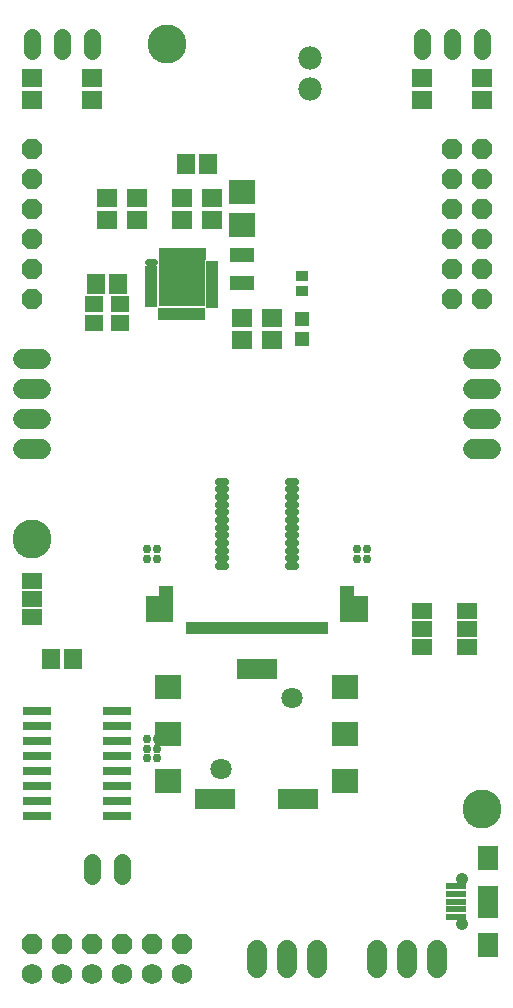
<source format=gts>
G75*
%MOIN*%
%OFA0B0*%
%FSLAX25Y25*%
%IPPOS*%
%LPD*%
%AMOC8*
5,1,8,0,0,1.08239X$1,22.5*
%
%ADD10C,0.13000*%
%ADD11R,0.06706X0.05918*%
%ADD12R,0.05918X0.06706*%
%ADD13C,0.05600*%
%ADD14R,0.06509X0.02375*%
%ADD15C,0.04146*%
%ADD16R,0.06693X0.07874*%
%ADD17R,0.06693X0.10630*%
%ADD18OC8,0.06800*%
%ADD19C,0.06800*%
%ADD20C,0.03000*%
%ADD21C,0.07800*%
%ADD22R,0.06312X0.05524*%
%ADD23R,0.05918X0.07099*%
%ADD24R,0.07099X0.05918*%
%ADD25C,0.06800*%
%ADD26C,0.01872*%
%ADD27R,0.04000X0.02400*%
%ADD28R,0.02400X0.04000*%
%ADD29R,0.15367X0.15367*%
%ADD30C,0.02572*%
%ADD31R,0.09300X0.03000*%
%ADD32R,0.07100X0.05400*%
%ADD33R,0.04343X0.03556*%
%ADD34R,0.08674X0.07887*%
%ADD35R,0.08674X0.08280*%
%ADD36R,0.13398X0.06509*%
%ADD37C,0.07099*%
%ADD38R,0.01981X0.03950*%
%ADD39R,0.04528X0.08661*%
%ADD40R,0.05118X0.12008*%
%ADD41R,0.05131X0.04737*%
%ADD42R,0.08280X0.05131*%
D10*
X0013200Y0156000D03*
X0058200Y0321000D03*
X0163200Y0066000D03*
D11*
X0093200Y0222260D03*
X0093200Y0229740D03*
X0083200Y0229740D03*
X0083200Y0222260D03*
X0073200Y0262260D03*
X0073200Y0269740D03*
X0063200Y0269740D03*
X0063200Y0262260D03*
X0048200Y0262260D03*
X0048200Y0269740D03*
X0038200Y0269740D03*
X0038200Y0262260D03*
D12*
X0034460Y0241000D03*
X0041940Y0241000D03*
X0064460Y0281000D03*
X0071940Y0281000D03*
D13*
X0033200Y0318600D02*
X0033200Y0323400D01*
X0023200Y0323400D02*
X0023200Y0318600D01*
X0013200Y0318600D02*
X0013200Y0323400D01*
X0143200Y0323400D02*
X0143200Y0318600D01*
X0153200Y0318600D02*
X0153200Y0323400D01*
X0163200Y0323400D02*
X0163200Y0318600D01*
X0043200Y0048400D02*
X0043200Y0043600D01*
X0033200Y0043600D02*
X0033200Y0048400D01*
D14*
X0154472Y0040118D03*
X0154472Y0037559D03*
X0154472Y0035000D03*
X0154472Y0032441D03*
X0154472Y0029882D03*
D15*
X0156539Y0027520D03*
X0156539Y0042480D03*
D16*
X0165200Y0049504D03*
X0165200Y0020496D03*
D17*
X0165200Y0035000D03*
D18*
X0063200Y0021000D03*
X0053200Y0021000D03*
X0043200Y0021000D03*
X0033200Y0021000D03*
X0023200Y0021000D03*
X0013200Y0021000D03*
X0013200Y0236000D03*
X0013200Y0246000D03*
X0013200Y0256000D03*
X0013200Y0266000D03*
X0013200Y0276000D03*
X0013200Y0286000D03*
X0153200Y0286000D03*
X0153200Y0276000D03*
X0153200Y0266000D03*
X0153200Y0256000D03*
X0153200Y0246000D03*
X0153200Y0236000D03*
X0163200Y0236000D03*
X0163200Y0246000D03*
X0163200Y0256000D03*
X0163200Y0266000D03*
X0163200Y0276000D03*
X0163200Y0286000D03*
D19*
X0013200Y0011000D03*
X0023200Y0011000D03*
X0033200Y0011000D03*
X0043200Y0011000D03*
X0053200Y0011000D03*
X0063200Y0011000D03*
D20*
X0054800Y0082900D03*
X0054800Y0086000D03*
X0054800Y0089100D03*
X0051600Y0089100D03*
X0051600Y0086000D03*
X0051600Y0082900D03*
X0051600Y0149400D03*
X0051600Y0152600D03*
X0054800Y0152600D03*
X0054800Y0149400D03*
X0121600Y0149400D03*
X0121600Y0152600D03*
X0124800Y0152600D03*
X0124800Y0149400D03*
D21*
X0106074Y0305882D03*
X0106074Y0316118D03*
D22*
X0042531Y0234150D03*
X0042531Y0227850D03*
X0033869Y0227850D03*
X0033869Y0234150D03*
D23*
X0026940Y0116000D03*
X0019460Y0116000D03*
D24*
X0013200Y0302260D03*
X0013200Y0309740D03*
X0033200Y0309740D03*
X0033200Y0302260D03*
X0143200Y0302260D03*
X0143200Y0309740D03*
X0163200Y0309740D03*
X0163200Y0302260D03*
D25*
X0166200Y0216000D02*
X0160200Y0216000D01*
X0160200Y0206000D02*
X0166200Y0206000D01*
X0166200Y0196000D02*
X0160200Y0196000D01*
X0160200Y0186000D02*
X0166200Y0186000D01*
X0148200Y0019000D02*
X0148200Y0013000D01*
X0138200Y0013000D02*
X0138200Y0019000D01*
X0128200Y0019000D02*
X0128200Y0013000D01*
X0108200Y0013000D02*
X0108200Y0019000D01*
X0098200Y0019000D02*
X0098200Y0013000D01*
X0088200Y0013000D02*
X0088200Y0019000D01*
X0016200Y0186000D02*
X0010200Y0186000D01*
X0010200Y0196000D02*
X0016200Y0196000D01*
X0016200Y0206000D02*
X0010200Y0206000D01*
X0010200Y0216000D02*
X0016200Y0216000D01*
D26*
X0052057Y0247783D02*
X0054185Y0247783D01*
X0052057Y0247783D02*
X0052057Y0248311D01*
X0054185Y0248311D01*
X0054185Y0247783D01*
D27*
X0053121Y0246079D03*
X0053121Y0244110D03*
X0053121Y0242142D03*
X0053121Y0240173D03*
X0053121Y0238205D03*
X0053121Y0236236D03*
X0053121Y0234268D03*
X0073279Y0233953D03*
X0073279Y0235921D03*
X0073279Y0237890D03*
X0073279Y0239858D03*
X0073279Y0241827D03*
X0073279Y0243795D03*
X0073279Y0245764D03*
X0073279Y0247732D03*
D28*
X0070247Y0251079D03*
X0068279Y0251079D03*
X0066310Y0251079D03*
X0064342Y0251079D03*
X0062373Y0251079D03*
X0060405Y0251079D03*
X0058436Y0251079D03*
X0056468Y0251079D03*
X0056153Y0230921D03*
X0058121Y0230921D03*
X0060090Y0230921D03*
X0062058Y0230921D03*
X0064027Y0230921D03*
X0065995Y0230921D03*
X0067964Y0230921D03*
X0069932Y0230921D03*
D29*
X0063357Y0241236D03*
D30*
X0075602Y0175075D02*
X0077570Y0175075D01*
X0077570Y0172516D02*
X0075602Y0172516D01*
X0075602Y0169957D02*
X0077570Y0169957D01*
X0077570Y0167398D02*
X0075602Y0167398D01*
X0075602Y0164839D02*
X0077570Y0164839D01*
X0077570Y0162280D02*
X0075602Y0162280D01*
X0075602Y0159720D02*
X0077570Y0159720D01*
X0077570Y0157161D02*
X0075602Y0157161D01*
X0075602Y0154602D02*
X0077570Y0154602D01*
X0077570Y0152043D02*
X0075602Y0152043D01*
X0075602Y0149484D02*
X0077570Y0149484D01*
X0077570Y0146925D02*
X0075602Y0146925D01*
X0098830Y0146925D02*
X0100798Y0146925D01*
X0100798Y0149484D02*
X0098830Y0149484D01*
X0098830Y0152043D02*
X0100798Y0152043D01*
X0100798Y0154602D02*
X0098830Y0154602D01*
X0098830Y0157161D02*
X0100798Y0157161D01*
X0100798Y0159720D02*
X0098830Y0159720D01*
X0098830Y0162280D02*
X0100798Y0162280D01*
X0100798Y0164839D02*
X0098830Y0164839D01*
X0098830Y0167398D02*
X0100798Y0167398D01*
X0100798Y0169957D02*
X0098830Y0169957D01*
X0098830Y0172516D02*
X0100798Y0172516D01*
X0100798Y0175075D02*
X0098830Y0175075D01*
D31*
X0041500Y0098500D03*
X0041500Y0093500D03*
X0041500Y0088500D03*
X0041500Y0083500D03*
X0041500Y0078500D03*
X0041500Y0073500D03*
X0041500Y0068500D03*
X0041500Y0063500D03*
X0014900Y0063500D03*
X0014900Y0068500D03*
X0014900Y0073500D03*
X0014900Y0078500D03*
X0014900Y0083500D03*
X0014900Y0088500D03*
X0014900Y0093500D03*
X0014900Y0098500D03*
D32*
X0013200Y0130000D03*
X0013200Y0136000D03*
X0013200Y0142000D03*
X0143200Y0132000D03*
X0143200Y0126000D03*
X0143200Y0120000D03*
X0158200Y0120000D03*
X0158200Y0126000D03*
X0158200Y0132000D03*
D33*
X0103200Y0238441D03*
X0103200Y0243559D03*
D34*
X0083200Y0260488D03*
X0083200Y0271512D03*
D35*
X0058672Y0106748D03*
X0058672Y0091000D03*
X0058672Y0075252D03*
X0117728Y0075252D03*
X0117728Y0091000D03*
X0117728Y0106748D03*
D36*
X0101980Y0069248D03*
X0088200Y0112752D03*
X0074420Y0069248D03*
D37*
X0076389Y0079189D03*
X0100011Y0102811D03*
D38*
X0099027Y0126157D03*
X0100995Y0126157D03*
X0102964Y0126157D03*
X0104932Y0126157D03*
X0106901Y0126157D03*
X0108869Y0126157D03*
X0110838Y0126157D03*
X0097058Y0126157D03*
X0095090Y0126157D03*
X0093121Y0126157D03*
X0091153Y0126157D03*
X0089184Y0126157D03*
X0087216Y0126157D03*
X0085247Y0126157D03*
X0083279Y0126157D03*
X0081310Y0126157D03*
X0079342Y0126157D03*
X0077373Y0126157D03*
X0075405Y0126157D03*
X0073436Y0126157D03*
X0071468Y0126157D03*
X0069499Y0126157D03*
X0067531Y0126157D03*
X0065562Y0126157D03*
D39*
X0053456Y0132457D03*
X0122944Y0132457D03*
D40*
X0118318Y0134130D03*
X0058082Y0134130D03*
D41*
X0103200Y0222654D03*
X0103200Y0229346D03*
D42*
X0083200Y0241276D03*
X0083200Y0250724D03*
M02*

</source>
